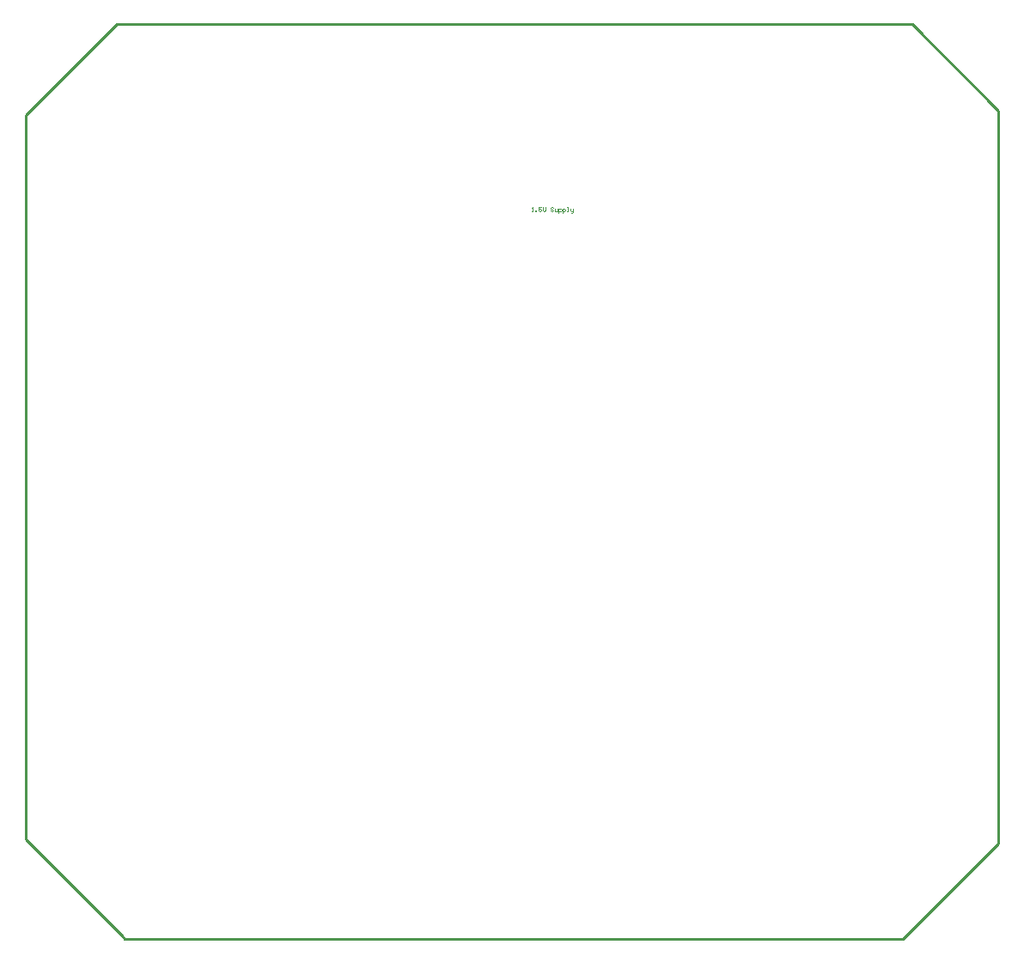
<source format=gm1>
G04*
G04 #@! TF.GenerationSoftware,Altium Limited,Altium Designer,21.5.1 (32)*
G04*
G04 Layer_Color=16711935*
%FSLAX44Y44*%
%MOMM*%
G71*
G04*
G04 #@! TF.SameCoordinates,CE61D733-3D9C-4286-B01C-F70B086857D8*
G04*
G04*
G04 #@! TF.FilePolarity,Positive*
G04*
G01*
G75*
%ADD16C,0.2540*%
%ADD98C,0.0600*%
D16*
X254000Y1065530D02*
X254000Y351790D01*
X348922Y256868D01*
X351790Y254000D01*
X353060D01*
X1118870D01*
X1212850Y347980D01*
X1212850Y1070434D02*
X1212850Y347980D01*
X1127585Y1155700D02*
X1212850Y1070434D01*
X344170Y1155700D02*
X1127585D01*
X254000Y1065530D02*
X344170Y1155700D01*
D98*
X752709Y970869D02*
X754042D01*
X753375D01*
Y974868D01*
X752709Y974201D01*
X756041Y970869D02*
Y971535D01*
X756708D01*
Y970869D01*
X756041D01*
X762039Y974868D02*
X759374D01*
Y972868D01*
X760706Y973535D01*
X761373D01*
X762039Y972868D01*
Y971535D01*
X761373Y970869D01*
X760040D01*
X759374Y971535D01*
X763372Y974868D02*
Y972202D01*
X764705Y970869D01*
X766038Y972202D01*
Y974868D01*
X774035Y974201D02*
X773369Y974868D01*
X772036D01*
X771370Y974201D01*
Y973535D01*
X772036Y972868D01*
X773369D01*
X774035Y972202D01*
Y971535D01*
X773369Y970869D01*
X772036D01*
X771370Y971535D01*
X775368Y973535D02*
Y971535D01*
X776035Y970869D01*
X778034D01*
Y973535D01*
X779367Y969536D02*
Y973535D01*
X781366D01*
X782033Y972868D01*
Y971535D01*
X781366Y970869D01*
X779367D01*
X783366Y969536D02*
Y973535D01*
X785365D01*
X786032Y972868D01*
Y971535D01*
X785365Y970869D01*
X783366D01*
X787365D02*
X788697D01*
X788031D01*
Y974868D01*
X787365D01*
X790697Y973535D02*
Y971535D01*
X791363Y970869D01*
X793363D01*
Y970202D01*
X792696Y969536D01*
X792030D01*
X793363Y970869D02*
Y973535D01*
M02*

</source>
